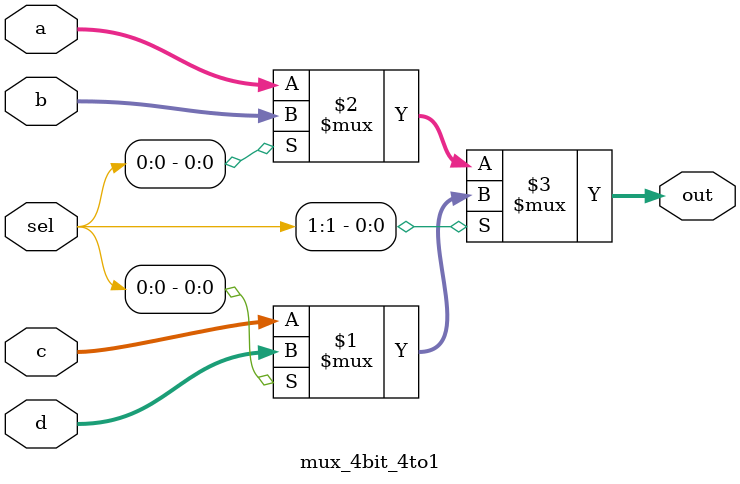
<source format=v>
`timescale 1ns / 1ns



module mux_4bit_4to1(input [3:0] a,     // 4-bit input called a
                     input [3:0] b,     // 4-bit input called b
                     input [3:0] c,     // 4-bit input called c
                     input [3:0] d,     // 4-bit input called d
                     input [1:0] sel,   // input sel used to select between a, b, c, d
                     output [3:0] out); // 4-bit output based on input sel
    
    assign out = sel[1] ? (sel[0] ? d : c) : (sel[0] ? b : a);
    
    
endmodule

</source>
